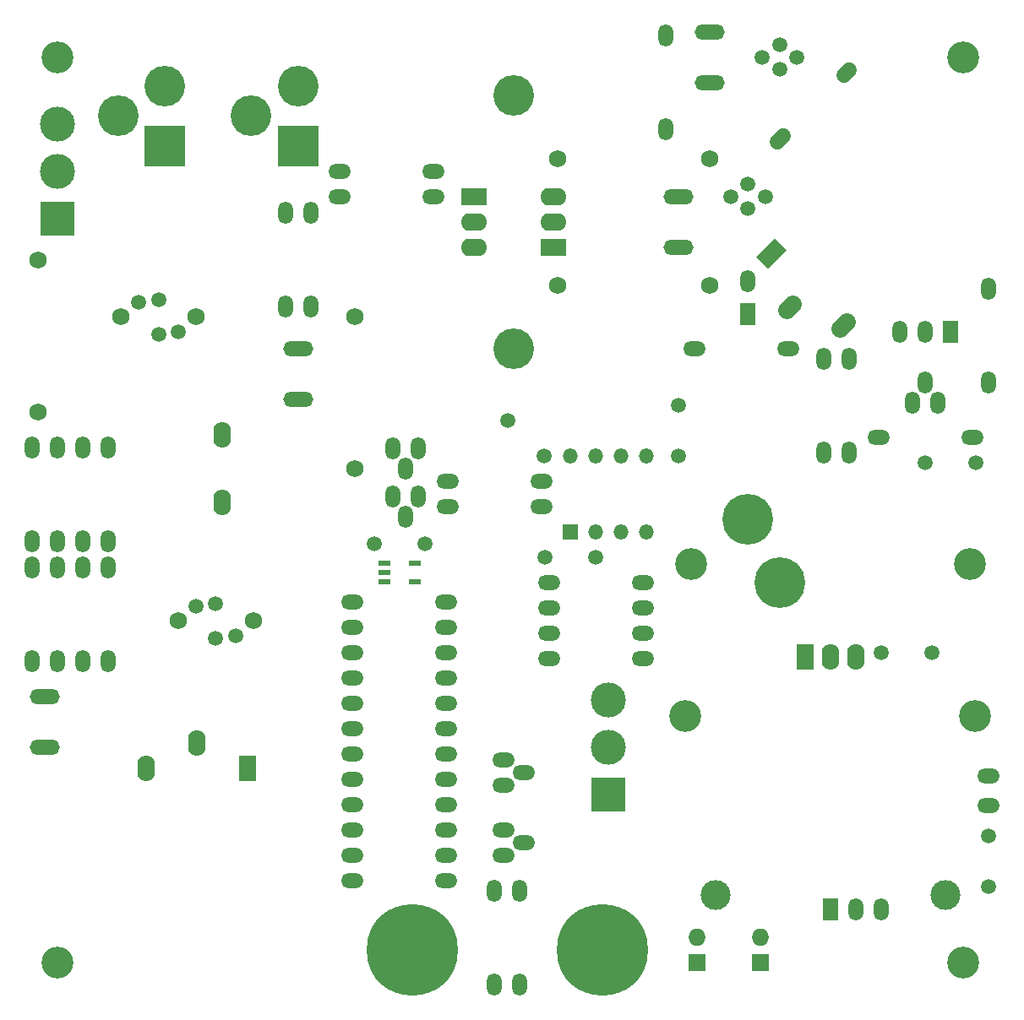
<source format=gts>
G04 (created by PCBNEW (2013-07-07 BZR 4022)-stable) date 7/6/2014 5:52:28 PM*
%MOIN*%
G04 Gerber Fmt 3.4, Leading zero omitted, Abs format*
%FSLAX34Y34*%
G01*
G70*
G90*
G04 APERTURE LIST*
%ADD10C,0.00590551*%
%ADD11C,0.069*%
%ADD12O,0.069X0.1035*%
%ADD13R,0.069X0.1035*%
%ADD14O,0.059X0.0885*%
%ADD15R,0.1035X0.069*%
%ADD16O,0.1035X0.069*%
%ADD17C,0.059*%
%ADD18O,0.0885X0.059*%
%ADD19R,0.137795X0.137795*%
%ADD20C,0.137795*%
%ADD21C,0.125984*%
%ADD22C,0.11811*%
%ADD23R,0.059X0.059*%
%ADD24O,0.059X0.059*%
%ADD25C,0.059*%
%ADD26R,0.16X0.16*%
%ADD27C,0.16*%
%ADD28R,0.059X0.0885*%
%ADD29C,0.36*%
%ADD30O,0.118X0.059*%
%ADD31C,0.069*%
%ADD32R,0.05X0.02*%
%ADD33R,0.069X0.069*%
%ADD34O,0.069X0.069*%
%ADD35C,0.2*%
G04 APERTURE END LIST*
G54D10*
G54D11*
X79763Y-50986D02*
X80007Y-50742D01*
G54D10*
G36*
X79056Y-49353D02*
X78568Y-48865D01*
X79300Y-48133D01*
X79788Y-48621D01*
X79056Y-49353D01*
X79056Y-49353D01*
G37*
G54D11*
X81884Y-51693D02*
X82128Y-51449D01*
G54D12*
X56500Y-68077D03*
G54D13*
X58500Y-69077D03*
G54D12*
X54500Y-69077D03*
G54D14*
X65250Y-56452D03*
X64750Y-57247D03*
X64250Y-56452D03*
X65250Y-58352D03*
X64750Y-59147D03*
X64250Y-58352D03*
G54D15*
X67427Y-46500D03*
G54D16*
X67427Y-47500D03*
X67427Y-48500D03*
G54D15*
X70572Y-48500D03*
G54D16*
X70572Y-47500D03*
X70572Y-46500D03*
G54D17*
X82250Y-41500D02*
X82041Y-41708D01*
X79630Y-44119D02*
X79421Y-44328D01*
G54D18*
X62647Y-71500D03*
X66352Y-71500D03*
X62647Y-70500D03*
X66352Y-70500D03*
X62647Y-65500D03*
X66352Y-65500D03*
X62647Y-66500D03*
X66352Y-66500D03*
X62647Y-69500D03*
X66352Y-69500D03*
X62647Y-68500D03*
X66352Y-68500D03*
X62647Y-67500D03*
X66352Y-67500D03*
G54D14*
X75000Y-43852D03*
X75000Y-40147D03*
X51000Y-61147D03*
X51000Y-64852D03*
X81250Y-56602D03*
X81250Y-52897D03*
G54D18*
X66352Y-73500D03*
X62647Y-73500D03*
G54D14*
X50000Y-56397D03*
X50000Y-60102D03*
X51000Y-56397D03*
X51000Y-60102D03*
X52000Y-56397D03*
X52000Y-60102D03*
X53000Y-56397D03*
X53000Y-60102D03*
X50000Y-61147D03*
X50000Y-64852D03*
G54D18*
X70397Y-63750D03*
X74102Y-63750D03*
X74102Y-61750D03*
X70397Y-61750D03*
X66397Y-57750D03*
X70102Y-57750D03*
X66397Y-58750D03*
X70102Y-58750D03*
X62147Y-45500D03*
X65852Y-45500D03*
X70397Y-62750D03*
X74102Y-62750D03*
G54D14*
X60000Y-50852D03*
X60000Y-47147D03*
X61000Y-50852D03*
X61000Y-47147D03*
G54D18*
X62147Y-46500D03*
X65852Y-46500D03*
X62647Y-62500D03*
X66352Y-62500D03*
X62647Y-63500D03*
X66352Y-63500D03*
G54D14*
X82250Y-56602D03*
X82250Y-52897D03*
X87750Y-50147D03*
X87750Y-53852D03*
G54D18*
X87102Y-56000D03*
X83397Y-56000D03*
X62647Y-64500D03*
X66352Y-64500D03*
X70397Y-64750D03*
X74102Y-64750D03*
G54D19*
X51000Y-47370D03*
G54D20*
X51000Y-45500D03*
X51000Y-43629D03*
G54D19*
X72750Y-70120D03*
G54D20*
X72750Y-68250D03*
X72750Y-66379D03*
G54D21*
X51000Y-76750D03*
X51000Y-41000D03*
X86750Y-41000D03*
X86750Y-76750D03*
X75791Y-67000D03*
X87208Y-67000D03*
G54D18*
X87749Y-69362D03*
G54D22*
X76972Y-74086D03*
G54D18*
X87749Y-70543D03*
G54D22*
X86027Y-74086D03*
G54D23*
X71250Y-59750D03*
G54D24*
X72250Y-59750D03*
X73250Y-59750D03*
X74250Y-59750D03*
X74250Y-56750D03*
X73250Y-56750D03*
X71250Y-56750D03*
X72250Y-56750D03*
G54D25*
X87750Y-71750D03*
X87750Y-73750D03*
X83500Y-64500D03*
X85500Y-64500D03*
X65500Y-60200D03*
X63500Y-60200D03*
X70207Y-56757D03*
X68792Y-55342D03*
G54D26*
X60500Y-44500D03*
G54D27*
X60500Y-42150D03*
X58650Y-43300D03*
G54D26*
X55250Y-44500D03*
G54D27*
X55250Y-42150D03*
X53400Y-43300D03*
G54D14*
X82500Y-74647D03*
X83500Y-74647D03*
G54D28*
X81500Y-74647D03*
G54D14*
X85250Y-51852D03*
X84250Y-51852D03*
G54D28*
X86250Y-51852D03*
G54D29*
X65000Y-76250D03*
X72500Y-76250D03*
G54D27*
X69000Y-42500D03*
X69000Y-52500D03*
G54D12*
X57500Y-58577D03*
X57500Y-55922D03*
G54D30*
X50500Y-66250D03*
X50500Y-68250D03*
X60500Y-52500D03*
X60500Y-54500D03*
X76750Y-40000D03*
X76750Y-42000D03*
X75500Y-46500D03*
X75500Y-48500D03*
G54D31*
X50250Y-49000D03*
X50250Y-55000D03*
X70750Y-45000D03*
X76750Y-45000D03*
X70750Y-50000D03*
X76750Y-50000D03*
X62750Y-51250D03*
X62750Y-57250D03*
G54D18*
X68602Y-71500D03*
X69397Y-72000D03*
X68602Y-72500D03*
X68602Y-68750D03*
X69397Y-69250D03*
X68602Y-69750D03*
G54D14*
X68250Y-77602D03*
X68250Y-73897D03*
X69250Y-77602D03*
X69250Y-73897D03*
X52000Y-61147D03*
X52000Y-64852D03*
X53000Y-61147D03*
X53000Y-64852D03*
X84750Y-54647D03*
X85250Y-53852D03*
X85750Y-54647D03*
G54D32*
X63900Y-60975D03*
X63900Y-61725D03*
X65100Y-60975D03*
X63900Y-61350D03*
X65100Y-61725D03*
G54D25*
X55787Y-51840D03*
X54212Y-50659D03*
G54D31*
X56476Y-51250D03*
X53523Y-51250D03*
G54D25*
X55000Y-51938D03*
X55000Y-50561D03*
X78250Y-46992D03*
X77561Y-46500D03*
X78938Y-46500D03*
X78250Y-46007D03*
X79500Y-41492D03*
X78811Y-41000D03*
X80188Y-41000D03*
X79500Y-40507D03*
G54D28*
X78250Y-51147D03*
G54D14*
X78250Y-49852D03*
G54D33*
X78750Y-76750D03*
G54D34*
X78750Y-75750D03*
G54D33*
X76250Y-76750D03*
G54D34*
X76250Y-75750D03*
G54D25*
X56462Y-62659D03*
X58037Y-63840D03*
G54D31*
X55773Y-63250D03*
X58726Y-63250D03*
G54D25*
X57250Y-62561D03*
X57250Y-63938D03*
G54D18*
X66352Y-72500D03*
X62647Y-72500D03*
X76147Y-52500D03*
X79852Y-52500D03*
G54D25*
X75500Y-56750D03*
X75500Y-54750D03*
X72250Y-60750D03*
X70250Y-60750D03*
X87250Y-57000D03*
X85250Y-57000D03*
G54D21*
X76000Y-61000D03*
X87000Y-61000D03*
G54D13*
X80500Y-64672D03*
G54D12*
X81500Y-64672D03*
X82500Y-64672D03*
G54D35*
X79500Y-61750D03*
X78250Y-59250D03*
M02*

</source>
